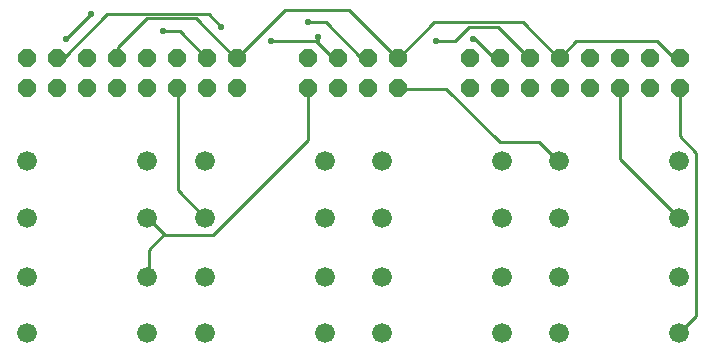
<source format=gbr>
G04 EAGLE Gerber RS-274X export*
G75*
%MOMM*%
%FSLAX34Y34*%
%LPD*%
%INBottom Copper*%
%IPPOS*%
%AMOC8*
5,1,8,0,0,1.08239X$1,22.5*%
G01*
%ADD10C,1.676400*%
%ADD11P,1.649562X8X22.500000*%
%ADD12C,0.250000*%
%ADD13C,0.550000*%


D10*
X74200Y167500D03*
X175800Y167500D03*
X475800Y120000D03*
X374200Y120000D03*
X475800Y70000D03*
X374200Y70000D03*
X475800Y22500D03*
X374200Y22500D03*
X625800Y167500D03*
X524200Y167500D03*
X625800Y120000D03*
X524200Y120000D03*
X625800Y70000D03*
X524200Y70000D03*
X625800Y22500D03*
X524200Y22500D03*
X74200Y120000D03*
X175800Y120000D03*
X74200Y70000D03*
X175800Y70000D03*
X74200Y22500D03*
X175800Y22500D03*
X224200Y167500D03*
X325800Y167500D03*
X224200Y120000D03*
X325800Y120000D03*
X224200Y70000D03*
X325800Y70000D03*
X224200Y22500D03*
X325800Y22500D03*
X475800Y167500D03*
X374200Y167500D03*
D11*
X73600Y229800D03*
X73600Y255200D03*
X99000Y229800D03*
X99000Y255200D03*
X124400Y229800D03*
X124400Y255200D03*
X149800Y229800D03*
X149800Y255200D03*
X175200Y229800D03*
X175200Y255200D03*
X200600Y229800D03*
X200600Y255200D03*
X226000Y229800D03*
X226000Y255200D03*
X251400Y229800D03*
X251400Y255200D03*
X448600Y229800D03*
X448600Y255200D03*
X474000Y229800D03*
X474000Y255200D03*
X499400Y229800D03*
X499400Y255200D03*
X524800Y229800D03*
X524800Y255200D03*
X550200Y229800D03*
X550200Y255200D03*
X575600Y229800D03*
X575600Y255200D03*
X601000Y229800D03*
X601000Y255200D03*
X626400Y229800D03*
X626400Y255200D03*
X311900Y229800D03*
X311900Y255200D03*
X337300Y229800D03*
X337300Y255200D03*
X362700Y229800D03*
X362700Y255200D03*
X388100Y229800D03*
X388100Y255200D03*
D12*
X201250Y229250D02*
X201250Y143500D01*
X224000Y120750D01*
X201250Y229250D02*
X200600Y229800D01*
X224000Y120750D02*
X224200Y120000D01*
X575750Y169750D02*
X575750Y229250D01*
X575750Y169750D02*
X624750Y120750D01*
X575750Y229250D02*
X575600Y229800D01*
X624750Y120750D02*
X625800Y120000D01*
X626500Y189000D02*
X626500Y229250D01*
X626500Y189000D02*
X640500Y175000D01*
X640500Y36750D01*
X626500Y22750D01*
X626500Y229250D02*
X626400Y229800D01*
X626500Y22750D02*
X625800Y22500D01*
X311500Y185500D02*
X311500Y229250D01*
X311500Y185500D02*
X231000Y105000D01*
X190750Y105000D01*
X189875Y105875D02*
X176750Y119000D01*
X189875Y105875D02*
X190750Y105000D01*
X311500Y229250D02*
X311900Y229800D01*
X176750Y119000D02*
X175800Y120000D01*
X176750Y92750D02*
X176750Y70000D01*
X176750Y92750D02*
X189875Y105875D01*
X176750Y70000D02*
X175800Y70000D01*
X388500Y229250D02*
X428750Y229250D01*
X474250Y183750D01*
X507500Y183750D01*
X523250Y168000D01*
X388500Y229250D02*
X388100Y229800D01*
X523250Y168000D02*
X524200Y167500D01*
X472500Y255500D02*
X469000Y255500D01*
X453250Y271250D01*
X451500Y271250D01*
X472500Y255500D02*
X474000Y255200D01*
X105000Y255500D02*
X99750Y255500D01*
X105000Y255500D02*
X141750Y292250D01*
X227500Y292250D01*
X238000Y281750D01*
X99750Y255500D02*
X99000Y255200D01*
X332500Y255500D02*
X336000Y255500D01*
X319375Y268625D02*
X318500Y269500D01*
X319375Y268625D02*
X332500Y255500D01*
X318500Y269500D02*
X280000Y269500D01*
X336000Y255500D02*
X337300Y255200D01*
X320250Y269500D02*
X320250Y273000D01*
X320250Y269500D02*
X319375Y268625D01*
D13*
X451500Y271250D03*
X238000Y281750D03*
X280000Y269500D03*
X320250Y273000D03*
D12*
X420000Y269500D02*
X435750Y269500D01*
X448000Y281750D01*
X472500Y281750D01*
X498750Y255500D01*
X499400Y255200D01*
X127750Y292250D02*
X106750Y271250D01*
X189000Y278250D02*
X203000Y278250D01*
X225750Y255500D01*
X226000Y255200D01*
X357000Y255500D02*
X362250Y255500D01*
X357000Y255500D02*
X327250Y285250D01*
X311500Y285250D01*
X362250Y255500D02*
X362700Y255200D01*
D13*
X420000Y269500D03*
X106750Y271250D03*
X127750Y292250D03*
X189000Y278250D03*
X311500Y285250D03*
D12*
X150500Y264250D02*
X150500Y255500D01*
X150500Y264250D02*
X175000Y288750D01*
X217000Y288750D01*
X250250Y255500D01*
X150500Y255500D02*
X149800Y255200D01*
X250250Y255500D02*
X251400Y255200D01*
X388500Y255500D02*
X418250Y285250D01*
X493500Y285250D01*
X523250Y255500D01*
X388500Y255500D02*
X388100Y255200D01*
X523250Y255500D02*
X524800Y255200D01*
X621250Y255500D02*
X624750Y255500D01*
X621250Y255500D02*
X607250Y269500D01*
X539000Y269500D01*
X525000Y255500D01*
X624750Y255500D02*
X626400Y255200D01*
X525000Y255500D02*
X524800Y255200D01*
X292250Y295750D02*
X252000Y255500D01*
X292250Y295750D02*
X346500Y295750D01*
X386750Y255500D01*
X252000Y255500D02*
X251400Y255200D01*
X386750Y255500D02*
X388100Y255200D01*
M02*

</source>
